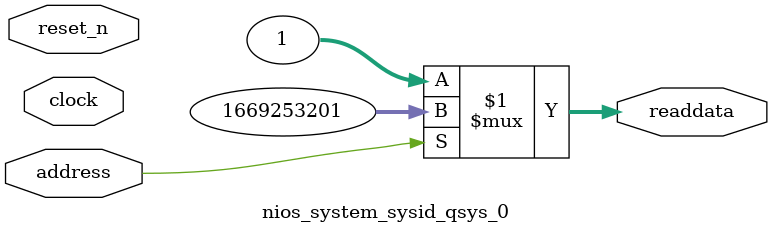
<source format=v>



// synthesis translate_off
`timescale 1ns / 1ps
// synthesis translate_on

// turn off superfluous verilog processor warnings 
// altera message_level Level1 
// altera message_off 10034 10035 10036 10037 10230 10240 10030 

module nios_system_sysid_qsys_0 (
               // inputs:
                address,
                clock,
                reset_n,

               // outputs:
                readdata
             )
;

  output  [ 31: 0] readdata;
  input            address;
  input            clock;
  input            reset_n;

  wire    [ 31: 0] readdata;
  //control_slave, which is an e_avalon_slave
  assign readdata = address ? 1669253201 : 1;

endmodule



</source>
